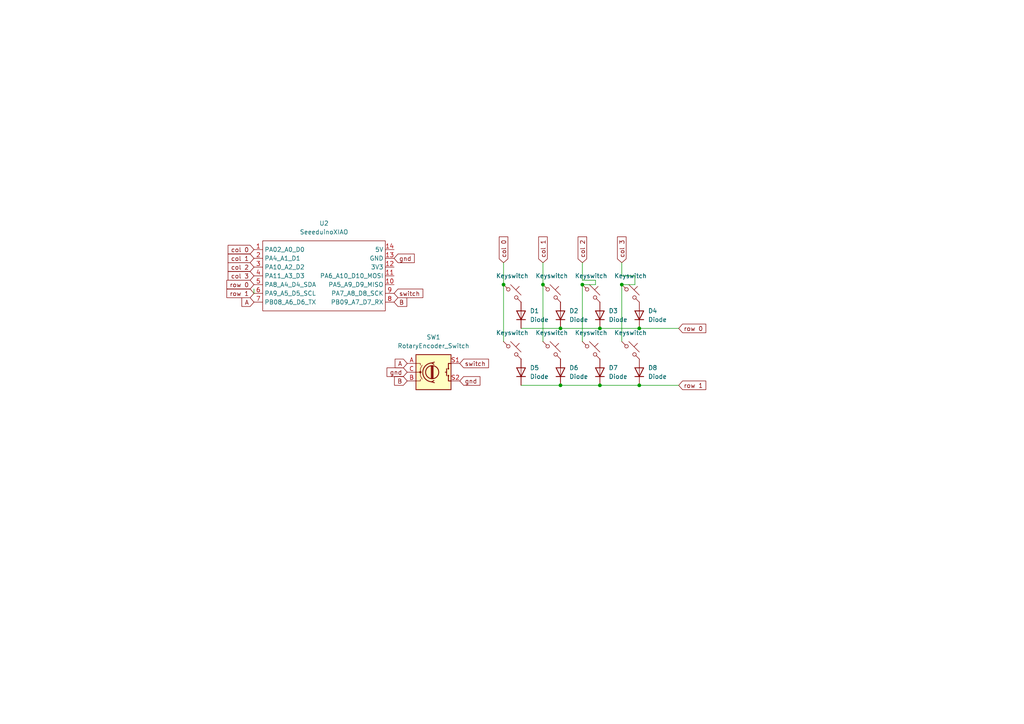
<source format=kicad_sch>
(kicad_sch (version 20231120) (generator "eeschema") (generator_version "8.0")
  (paper "A4")
  (lib_symbols
    (symbol "Device:RotaryEncoder_Switch" (pin_names (offset 0.254) hide)
      (property "Reference" "SW" (at 0 6.604 0))
      (property "Value" "RotaryEncoder_Switch" (at 0 -6.604 0))
      (symbol "RotaryEncoder_Switch_0_1"
        (rectangle (start -5.08 5.08) (end 5.08 -5.08) (stroke (width 0.254)) (fill (type background)))
        (circle (center -3.81 0) (radius 0.254) (fill (type outline)))
        (circle (center -0.381 0) (radius 1.905) (stroke (width 0.254)))
        (arc (start -0.381 2.667) (mid -3.0988 -0.0635) (end -0.381 -2.794) (stroke (width 0.254)))
        (polyline (pts (xy -0.635 -1.778) (xy -0.635 1.778)) (stroke (width 0.254)))
        (polyline (pts (xy -0.381 -1.778) (xy -0.381 1.778)) (stroke (width 0.254)))
        (polyline (pts (xy -0.127 1.778) (xy -0.127 -1.778)) (stroke (width 0.254)))
        (polyline (pts (xy 3.81 0) (xy 3.429 0)) (stroke (width 0.254)))
        (polyline (pts (xy 3.81 1.016) (xy 3.81 -1.016)) (stroke (width 0.254)))
        (polyline (pts (xy -5.08 -2.54) (xy -3.81 -2.54) (xy -3.81 -2.032)))
        (polyline (pts (xy -5.08 2.54) (xy -3.81 2.54) (xy -3.81 2.032)))
        (polyline (pts (xy 0.254 -3.048) (xy -0.508 -2.794) (xy 0.127 -2.413)) (stroke (width 0.254)))
        (polyline (pts (xy 0.254 2.921) (xy -0.508 2.667) (xy 0.127 2.286)) (stroke (width 0.254)))
        (polyline (pts (xy 5.08 -2.54) (xy 4.318 -2.54) (xy 4.318 -1.016)) (stroke (width 0.254)))
        (polyline (pts (xy 5.08 2.54) (xy 4.318 2.54) (xy 4.318 1.016)) (stroke (width 0.254)))
        (polyline (pts (xy -5.08 0) (xy -3.81 0) (xy -3.81 -1.016) (xy -3.302 -2.032)))
        (polyline (pts (xy -4.318 0) (xy -3.81 0) (xy -3.81 1.016) (xy -3.302 2.032)))
        (circle (center 4.318 -1.016) (radius 0.127) (stroke (width 0.254)))
        (circle (center 4.318 1.016) (radius 0.127) (stroke (width 0.254)))
      )
      (symbol "RotaryEncoder_Switch_1_1"
        (pin passive line (at -7.62 2.54 0) (length 2.54) (name "A") (number "A"))
        (pin passive line (at -7.62 -2.54 0) (length 2.54) (name "B") (number "B"))
        (pin passive line (at -7.62 0 0) (length 2.54) (name "C") (number "C"))
        (pin passive line (at 7.62 2.54 180) (length 2.54) (name "S1") (number "S1"))
        (pin passive line (at 7.62 -2.54 180) (length 2.54) (name "S2") (number "S2"))
      )
    )
    (symbol "ScottoKeebs:MCU_Seeed_XIAO_RP2040"
      (property "Reference" "U" (at -16.51 11.43 0))
      (property "Value" "MCU_Seeed_XIAO_RP2040" (at -3.81 -11.43 0))
      (symbol "MCU_Seeed_XIAO_RP2040_0_1"
        (rectangle (start -16.51 10.16) (end 19.05 -10.16))
      )
      (symbol "MCU_Seeed_XIAO_RP2040_1_1"
        (pin passive line (at -19.05 7.62 0) (length 2.54) (name "PA02_A0_D0") (number "1"))
        (pin passive line (at 21.59 -2.54 180) (length 2.54) (name "PA5_A9_D9_MISO") (number "10"))
        (pin passive line (at 21.59 0 180) (length 2.54) (name "PA6_A10_D10_MOSI") (number "11"))
        (pin passive line (at 21.59 2.54 180) (length 2.54) (name "3V3") (number "12"))
        (pin passive line (at 21.59 5.08 180) (length 2.54) (name "GND") (number "13"))
        (pin passive line (at 21.59 7.62 180) (length 2.54) (name "5V") (number "14"))
        (pin passive line (at -19.05 5.08 0) (length 2.54) (name "PA4_A1_D1") (number "2"))
        (pin passive line (at -19.05 2.54 0) (length 2.54) (name "PA10_A2_D2") (number "3"))
        (pin passive line (at -19.05 0 0) (length 2.54) (name "PA11_A3_D3") (number "4"))
        (pin passive line (at -19.05 -2.54 0) (length 2.54) (name "PA8_A4_D4_SDA") (number "5"))
        (pin passive line (at -19.05 -5.08 0) (length 2.54) (name "PA9_A5_D5_SCL") (number "6"))
        (pin passive line (at -19.05 -7.62 0) (length 2.54) (name "PB08_A6_D6_TX") (number "7"))
        (pin passive line (at 21.59 -7.62 180) (length 2.54) (name "PB09_A7_D7_RX") (number "8"))
        (pin passive line (at 21.59 -5.08 180) (length 2.54) (name "PA7_A8_D8_SCK") (number "9"))
      )
    )
    (symbol "ScottoKeebs:Placeholder_Diode" (pin_numbers hide) (pin_names hide)
      (property "Reference" "D" (at 0 2.54 0))
      (property "Value" "Diode" (at 0 -2.54 0))
      (symbol "Placeholder_Diode_0_1"
        (polyline (pts (xy -1.27 1.27) (xy -1.27 -1.27)) (stroke (width 0.254)))
        (polyline (pts (xy 1.27 0) (xy -1.27 0)))
        (polyline (pts (xy 1.27 1.27) (xy 1.27 -1.27) (xy -1.27 0) (xy 1.27 1.27)) (stroke (width 0.254)))
      )
      (symbol "Placeholder_Diode_1_1"
        (pin passive line (at -3.81 0 0) (length 2.54) (name "K") (number "1"))
        (pin passive line (at 3.81 0 180) (length 2.54) (name "A") (number "2"))
      )
    )
    (symbol "ScottoKeebs:Placeholder_Keyswitch" (pin_numbers hide) (pin_names (offset 1.016) hide)
      (property "Reference" "S" (at 3.048 1.016 0))
      (property "Value" "Keyswitch" (at 0 -3.81 0))
      (symbol "Placeholder_Keyswitch_0_1"
        (circle (center -1.1684 1.1684) (radius 0.508))
        (polyline (pts (xy -0.508 2.54) (xy 2.54 -0.508)))
        (polyline (pts (xy 1.016 1.016) (xy 2.032 2.032)))
        (polyline (pts (xy -2.54 2.54) (xy -1.524 1.524) (xy -1.524 1.524)))
        (polyline (pts (xy 1.524 -1.524) (xy 2.54 -2.54) (xy 2.54 -2.54) (xy 2.54 -2.54)))
        (circle (center 1.143 -1.1938) (radius 0.508))
        (pin passive line (at -2.54 2.54 0) (length 0) (name "1") (number "1"))
        (pin passive line (at 2.54 -2.54 180) (length 0) (name "2") (number "2"))
      )
    )
  )
  (junction (at 173.99 111.76))
  (junction (at 162.56 111.76))
  (junction (at 180.34 82.55))
  (junction (at 146.05 82.55))
  (junction (at 185.42 111.76))
  (junction (at 162.56 95.25))
  (junction (at 173.99 95.25))
  (junction (at 168.91 82.55))
  (junction (at 157.48 82.55))
  (junction (at 185.42 95.25))
  (wire (pts (xy 162.56 111.76) (xy 173.99 111.76)))
  (wire (pts (xy 168.91 81.28) (xy 168.91 76.2)))
  (wire (pts (xy 184.15 80.01) (xy 180.34 80.01)))
  (wire (pts (xy 172.72 81.28) (xy 168.91 81.28)))
  (wire (pts (xy 168.91 82.55) (xy 172.72 82.55)))
  (wire (pts (xy 157.48 76.2) (xy 157.48 82.55)))
  (wire (pts (xy 184.15 80.01) (xy 184.15 82.55)))
  (wire (pts (xy 173.99 95.25) (xy 185.42 95.25)))
  (wire (pts (xy 157.48 82.55) (xy 157.48 99.06)))
  (wire (pts (xy 185.42 111.76) (xy 196.85 111.76)))
  (wire (pts (xy 151.13 111.76) (xy 162.56 111.76)))
  (wire (pts (xy 172.72 81.28) (xy 172.72 82.55)))
  (wire (pts (xy 180.34 82.55) (xy 180.34 99.06)))
  (wire (pts (xy 185.42 95.25) (xy 196.85 95.25)))
  (wire (pts (xy 151.13 95.25) (xy 162.56 95.25)))
  (wire (pts (xy 168.91 82.55) (xy 168.91 99.06)))
  (wire (pts (xy 73.66 83.82) (xy 73.66 85.09)))
  (wire (pts (xy 162.56 95.25) (xy 173.99 95.25)))
  (wire (pts (xy 180.34 82.55) (xy 184.15 82.55)))
  (wire (pts (xy 173.99 111.76) (xy 185.42 111.76)))
  (wire (pts (xy 146.05 76.2) (xy 146.05 82.55)))
  (wire (pts (xy 180.34 80.01) (xy 180.34 76.2)))
  (wire (pts (xy 146.05 82.55) (xy 146.05 99.06)))
  (global_label "B" (shape input) (at 114.3 87.63 0) (property "Intersheetrefs" "${INTERSHEET_REFS}" (effects (hide yes))))
  (global_label "gnd" (shape input) (at 118.11 107.95 180) (property "Intersheetrefs" "${INTERSHEET_REFS}" (effects (hide yes))))
  (global_label "gnd" (shape input) (at 133.35 110.49 0) (property "Intersheetrefs" "${INTERSHEET_REFS}" (effects (hide yes))))
  (global_label "B" (shape input) (at 118.11 110.49 180) (property "Intersheetrefs" "${INTERSHEET_REFS}" (effects (hide yes))))
  (global_label "col 1" (shape input) (at 73.66 74.93 180) (property "Intersheetrefs" "${INTERSHEET_REFS}" (effects (hide yes))))
  (global_label "col 1" (shape input) (at 157.48 76.2 90) (property "Intersheetrefs" "${INTERSHEET_REFS}" (effects (hide yes))))
  (global_label "row 0" (shape input) (at 73.66 82.55 180) (property "Intersheetrefs" "${INTERSHEET_REFS}" (effects (hide yes))))
  (global_label "col 3" (shape input) (at 180.34 76.2 90) (property "Intersheetrefs" "${INTERSHEET_REFS}" (effects (hide yes))))
  (global_label "row 0" (shape input) (at 196.85 95.25 0) (property "Intersheetrefs" "${INTERSHEET_REFS}" (effects (hide yes))))
  (global_label "gnd" (shape input) (at 114.3 74.93 0) (property "Intersheetrefs" "${INTERSHEET_REFS}" (effects (hide yes))))
  (global_label "A" (shape input) (at 118.11 105.41 180) (property "Intersheetrefs" "${INTERSHEET_REFS}" (effects (hide yes))))
  (global_label "switch" (shape input) (at 133.35 105.41 0) (property "Intersheetrefs" "${INTERSHEET_REFS}" (effects (hide yes))))
  (global_label "col 2" (shape input) (at 168.91 76.2 90) (property "Intersheetrefs" "${INTERSHEET_REFS}" (effects (hide yes))))
  (global_label "col 0" (shape input) (at 73.66 72.39 180) (property "Intersheetrefs" "${INTERSHEET_REFS}" (effects (hide yes))))
  (global_label "col 3" (shape input) (at 73.66 80.01 180) (property "Intersheetrefs" "${INTERSHEET_REFS}" (effects (hide yes))))
  (global_label "switch" (shape input) (at 114.3 85.09 0) (property "Intersheetrefs" "${INTERSHEET_REFS}" (effects (hide yes))))
  (global_label "row 1" (shape input) (at 196.85 111.76 0) (property "Intersheetrefs" "${INTERSHEET_REFS}" (effects (hide yes))))
  (global_label "col 2" (shape input) (at 73.66 77.47 180) (property "Intersheetrefs" "${INTERSHEET_REFS}" (effects (hide yes))))
  (global_label "A" (shape input) (at 73.66 87.63 180) (property "Intersheetrefs" "${INTERSHEET_REFS}" (effects (hide yes))))
  (global_label "col 0" (shape input) (at 146.05 76.2 90) (property "Intersheetrefs" "${INTERSHEET_REFS}" (effects (hide yes))))
  (global_label "row 1" (shape input) (at 73.66 85.09 180) (property "Intersheetrefs" "${INTERSHEET_REFS}" (effects (hide yes))))
  (symbol (lib_id "ScottoKeebs:Placeholder_Keyswitch") (at 182.88 85.09 0) (unit 1)
    (property "Reference" "S4" (effects (hide yes)))
    (property "Value" "Keyswitch" (at 182.88 80.01 0))
    (property "Footprint" "ScottoKeebs_MX:MX_PCB_1.00u" (effects (hide yes)))
    (property "Description" "Push button switch, normally open, two pins, 45° tilted" (effects (hide yes)))
  )
  (symbol (lib_id "ScottoKeebs:Placeholder_Diode") (at 185.42 107.95 90) (unit 1)
    (property "Reference" "D8" (at 187.96 106.6799 90) (effects (justify right)))
    (property "Value" "Diode" (at 187.96 109.2199 90) (effects (justify right)))
    (property "Footprint" "ScottoKeebs_Components:Diode_DO-35" (effects (hide yes)))
    (property "Description" "1N4148 (DO-35) or 1N4148W (SOD-123)" (effects (hide yes)))
    (property "Sim.Device" "D" (effects (hide yes)))
    (property "Sim.Pins" "1=K 2=A" (effects (hide yes)))
  )
  (symbol (lib_id "ScottoKeebs:Placeholder_Keyswitch") (at 182.88 101.6 0) (unit 1)
    (property "Reference" "S8" (effects (hide yes)))
    (property "Value" "Keyswitch" (at 182.88 96.52 0))
    (property "Footprint" "ScottoKeebs_MX:MX_PCB_1.00u" (effects (hide yes)))
    (property "Description" "Push button switch, normally open, two pins, 45° tilted" (effects (hide yes)))
  )
  (symbol (lib_id "ScottoKeebs:Placeholder_Diode") (at 173.99 107.95 90) (unit 1)
    (property "Reference" "D7" (at 176.53 106.6799 90) (effects (justify right)))
    (property "Value" "Diode" (at 176.53 109.2199 90) (effects (justify right)))
    (property "Footprint" "ScottoKeebs_Components:Diode_DO-35" (effects (hide yes)))
    (property "Description" "1N4148 (DO-35) or 1N4148W (SOD-123)" (effects (hide yes)))
    (property "Sim.Device" "D" (effects (hide yes)))
    (property "Sim.Pins" "1=K 2=A" (effects (hide yes)))
  )
  (symbol (lib_id "ScottoKeebs:MCU_Seeed_XIAO_RP2040") (at 92.71 80.01 0) (unit 1)
    (property "Reference" "U2" (at 93.98 64.77 0))
    (property "Value" "SeeeduinoXIAO" (at 93.98 67.31 0))
    (property "Footprint" "ScottoKeebs_MCU:Seeed_XIAO_RP2040" (effects (hide yes)))
  )
  (symbol (lib_id "ScottoKeebs:Placeholder_Diode") (at 162.56 91.44 90) (unit 1)
    (property "Reference" "D2" (at 165.1 90.1699 90) (effects (justify right)))
    (property "Value" "Diode" (at 165.1 92.7099 90) (effects (justify right)))
    (property "Footprint" "ScottoKeebs_Components:Diode_DO-35" (effects (hide yes)))
    (property "Description" "1N4148 (DO-35) or 1N4148W (SOD-123)" (effects (hide yes)))
    (property "Sim.Device" "D" (effects (hide yes)))
    (property "Sim.Pins" "1=K 2=A" (effects (hide yes)))
  )
  (symbol (lib_id "ScottoKeebs:Placeholder_Diode") (at 173.99 91.44 90) (unit 1)
    (property "Reference" "D3" (at 176.53 90.1699 90) (effects (justify right)))
    (property "Value" "Diode" (at 176.53 92.7099 90) (effects (justify right)))
    (property "Footprint" "ScottoKeebs_Components:Diode_DO-35" (effects (hide yes)))
    (property "Description" "1N4148 (DO-35) or 1N4148W (SOD-123)" (effects (hide yes)))
    (property "Sim.Device" "D" (effects (hide yes)))
    (property "Sim.Pins" "1=K 2=A" (effects (hide yes)))
  )
  (symbol (lib_id "ScottoKeebs:Placeholder_Diode") (at 151.13 107.95 90) (unit 1)
    (property "Reference" "D5" (at 153.67 106.6799 90) (effects (justify right)))
    (property "Value" "Diode" (at 153.67 109.2199 90) (effects (justify right)))
    (property "Footprint" "ScottoKeebs_Components:Diode_DO-35" (effects (hide yes)))
    (property "Description" "1N4148 (DO-35) or 1N4148W (SOD-123)" (effects (hide yes)))
    (property "Sim.Device" "D" (effects (hide yes)))
    (property "Sim.Pins" "1=K 2=A" (effects (hide yes)))
  )
  (symbol (lib_id "ScottoKeebs:Placeholder_Diode") (at 162.56 107.95 90) (unit 1)
    (property "Reference" "D6" (at 165.1 106.6799 90) (effects (justify right)))
    (property "Value" "Diode" (at 165.1 109.2199 90) (effects (justify right)))
    (property "Footprint" "ScottoKeebs_Components:Diode_DO-35" (effects (hide yes)))
    (property "Description" "1N4148 (DO-35) or 1N4148W (SOD-123)" (effects (hide yes)))
    (property "Sim.Device" "D" (effects (hide yes)))
    (property "Sim.Pins" "1=K 2=A" (effects (hide yes)))
  )
  (symbol (lib_id "Device:RotaryEncoder_Switch") (at 125.73 107.95 0) (unit 1)
    (property "Reference" "SW1" (at 125.73 97.79 0))
    (property "Value" "RotaryEncoder_Switch" (at 125.73 100.33 0))
    (property "Footprint" "ScottoKeebs_Scotto:Encoder_EC11_MX" (effects (hide yes)))
    (property "Description" "Rotary encoder, dual channel, incremental quadrate outputs, with switch" (effects (hide yes)))
  )
  (symbol (lib_id "ScottoKeebs:Placeholder_Keyswitch") (at 171.45 85.09 0) (unit 1)
    (property "Reference" "S3" (effects (hide yes)))
    (property "Value" "Keyswitch" (at 171.45 80.01 0))
    (property "Footprint" "ScottoKeebs_MX:MX_PCB_1.00u" (effects (hide yes)))
    (property "Description" "Push button switch, normally open, two pins, 45° tilted" (effects (hide yes)))
  )
  (symbol (lib_id "ScottoKeebs:Placeholder_Keyswitch") (at 171.45 101.6 0) (unit 1)
    (property "Reference" "S7" (effects (hide yes)))
    (property "Value" "Keyswitch" (at 171.45 96.52 0))
    (property "Footprint" "ScottoKeebs_MX:MX_PCB_1.00u" (effects (hide yes)))
    (property "Description" "Push button switch, normally open, two pins, 45° tilted" (effects (hide yes)))
  )
  (symbol (lib_id "ScottoKeebs:Placeholder_Keyswitch") (at 148.59 101.6 0) (unit 1)
    (property "Reference" "S5" (effects (hide yes)))
    (property "Value" "Keyswitch" (at 148.59 96.52 0))
    (property "Footprint" "ScottoKeebs_MX:MX_PCB_1.00u" (effects (hide yes)))
    (property "Description" "Push button switch, normally open, two pins, 45° tilted" (effects (hide yes)))
  )
  (symbol (lib_id "ScottoKeebs:Placeholder_Keyswitch") (at 148.59 85.09 0) (unit 1)
    (property "Reference" "S1" (effects (hide yes)))
    (property "Value" "Keyswitch" (at 148.59 80.01 0))
    (property "Footprint" "ScottoKeebs_MX:MX_PCB_1.00u" (effects (hide yes)))
    (property "Description" "Push button switch, normally open, two pins, 45° tilted" (effects (hide yes)))
  )
  (symbol (lib_id "ScottoKeebs:Placeholder_Keyswitch") (at 160.02 85.09 0) (unit 1)
    (property "Reference" "S2" (effects (hide yes)))
    (property "Value" "Keyswitch" (at 160.02 80.01 0))
    (property "Footprint" "ScottoKeebs_MX:MX_PCB_1.00u" (effects (hide yes)))
    (property "Description" "Push button switch, normally open, two pins, 45° tilted" (effects (hide yes)))
  )
  (symbol (lib_id "ScottoKeebs:Placeholder_Diode") (at 151.13 91.44 90) (unit 1)
    (property "Reference" "D1" (at 153.67 90.1699 90) (effects (justify right)))
    (property "Value" "Diode" (at 153.67 92.7099 90) (effects (justify right)))
    (property "Footprint" "ScottoKeebs_Components:Diode_DO-35" (effects (hide yes)))
    (property "Description" "1N4148 (DO-35) or 1N4148W (SOD-123)" (effects (hide yes)))
    (property "Sim.Device" "D" (effects (hide yes)))
    (property "Sim.Pins" "1=K 2=A" (effects (hide yes)))
  )
  (symbol (lib_id "ScottoKeebs:Placeholder_Diode") (at 185.42 91.44 90) (unit 1)
    (property "Reference" "D4" (at 187.96 90.1699 90) (effects (justify right)))
    (property "Value" "Diode" (at 187.96 92.7099 90) (effects (justify right)))
    (property "Footprint" "ScottoKeebs_Components:Diode_DO-35" (effects (hide yes)))
    (property "Description" "1N4148 (DO-35) or 1N4148W (SOD-123)" (effects (hide yes)))
    (property "Sim.Device" "D" (effects (hide yes)))
    (property "Sim.Pins" "1=K 2=A" (effects (hide yes)))
  )
  (symbol (lib_id "ScottoKeebs:Placeholder_Keyswitch") (at 160.02 101.6 0) (unit 1)
    (property "Reference" "S6" (effects (hide yes)))
    (property "Value" "Keyswitch" (at 160.02 96.52 0))
    (property "Footprint" "ScottoKeebs_MX:MX_PCB_1.00u" (effects (hide yes)))
    (property "Description" "Push button switch, normally open, two pins, 45° tilted" (effects (hide yes)))
  )
)
</source>
